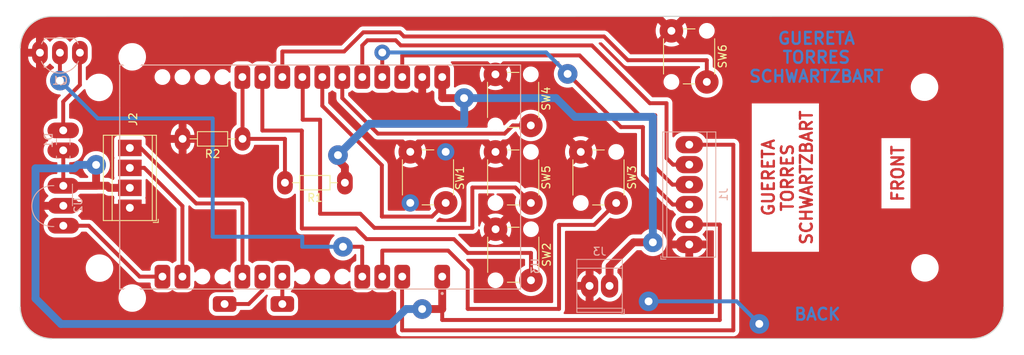
<source format=kicad_pcb>
(kicad_pcb (version 20221018) (generator pcbnew)
  (layers (0 "F.Cu" signal) (31 "B.Cu" signal) (34 "B.Paste" user) (35 "F.Paste" user) (36 "B.SilkS" user "B.Silkscreen") (37 "F.SilkS" user "F.Silkscreen") (38 "B.Mask" user) (39 "F.Mask" user) (44 "Edge.Cuts" user))
  (net 0 "")
  (net 1 "Net-(D1-K)")
  (net 2 "GND")
  (net 3 "+3V8")
  (net 6 "unconnected-(U3-D18-Pad9)")
  (net 7 "unconnected-(U3-D19-Pad10)")
  (net 10 "3V3")
  (net 16 "D12")
  (net 17 "D13")
  (net 18 "D14")
  (net 19 "D15")
  (net 20 "D22")
  (net 21 "D21")
  (net 22 "D4")
  (net 23 "D26")
  (net 24 "D25")
  (net 25 "D2")
  (net 26 "D27")
  (net 27 "D32")
  (net 28 "D33")
  (net 29 "D23")
  (net 30 "D35")
  (footprint "Button_Switch_THT:SW_PUSH_6mm_H4.3mm" (layer "F.Cu") (at 135.24 123.92 -90)
    (fp_text reference "SW1" (at 3.33 -1.81 -270) (layer "F.SilkS"))
    (fp_text value "ARRIBA")
    (fp_line (start -0.25 1.5) (end -0.25 3) (stroke (width 0.12)) (layer "F.SilkS"))
    (fp_line (start 1 5.5) (end 5.5 5.5) (stroke (width 0.12)) (layer "F.SilkS"))
    (fp_line (start 5.5 -1) (end 1 -1) (stroke (width 0.12)) (layer "F.SilkS"))
    (fp_line (start 6.75 3) (end 6.75 1.5) (stroke (width 0.12)) (layer "F.SilkS"))
    (pad "" thru_hole circle (at 0 0) (size 2.2 2.2) (drill 1) (layers "B.Mask"))
    (pad "" thru_hole circle (at 6.5 4.5) (size 2.2 2.2) (drill 1) (layers "B.Mask"))
    (pad "1" thru_hole circle (at 6.5 0) (size 3 3) (drill 1) (layers "*.Cu" "F.Mask") (remove_unused_layers) (net 23 "D26"))
    (pad "2" thru_hole circle (at 0 4.5) (size 3 3) (drill 1) (layers "*.Cu" "F.Mask") (remove_unused_layers) (zone_layer_connections "F.Cu") (net 2 "GND"))
  )
  (footprint "" (layer "F.Cu") (at 91.19 115.72)
    (fp_text reference "" (at 0 0) (layer "F.SilkS") (effects (font (size 1.27 1.27))))
    (fp_text value "" (at 0 0) (layer "F.SilkS") (effects (font (size 1.27 1.27))))
    (pad "" np_thru_hole circle (at 0 0 90) (size 3 3) (drill 3) (layers "*.Cu" "*.Mask"))
  )
  (footprint "TerminalBlock_TE-Connectivity:TerminalBlock_TE_282834-4_1x04_P2.54mm_Horizontal" (layer "F.Cu") (at 95.1 131.045 90)
    (fp_text reference "J2" (at 11.275 0.41 90) (layer "F.SilkS"))
    (fp_text value "Display Oled")
    (fp_line (start -1.86 2.97) (end -1.86 3.61) (stroke (width 0.12)) (layer "F.SilkS"))
    (fp_line (start -1.86 3.61) (end -1.46 3.61) (stroke (width 0.12)) (layer "F.SilkS"))
    (fp_line (start -1.62 -3.37) (end -1.62 3.37) (stroke (width 0.12)) (layer "F.SilkS"))
    (fp_line (start -1.62 -3.37) (end 9.241 -3.37) (stroke (width 0.12)) (layer "F.SilkS"))
    (fp_line (start -1.62 -2.25) (end 9.241 -2.25) (stroke (width 0.12)) (layer "F.SilkS"))
    (fp_line (start -1.62 2.85) (end 9.241 2.85) (stroke (width 0.12)) (layer "F.SilkS"))
    (fp_line (start -1.62 3.37) (end 9.241 3.37) (stroke (width 0.12)) (layer "F.SilkS"))
    (fp_line (start 9.241 -3.37) (end 9.241 3.37) (stroke (width 0.12)) (layer "F.SilkS"))
    (pad "1" thru_hole rect (at 0 0 90) (size 2.1 3) (drill 1) (layers "*.Cu" "F.Mask") (remove_unused_layers) (zone_layer_connections "F.Cu") (net 2 "GND"))
    (pad "2" thru_hole rect (at 2.54 0 90) (size 2.1 3) (drill 1) (layers "*.Cu" "F.Mask") (remove_unused_layers) (net 10 "3V3"))
    (pad "3" thru_hole rect (at 5.08 0 90) (size 2.1 3) (drill 1) (layers "*.Cu" "F.Mask") (remove_unused_layers) (net 20 "D22"))
    (pad "4" thru_hole rect (at 7.62 0 90) (size 2.1 3) (drill 1) (layers "*.Cu" "F.Mask") (remove_unused_layers) (net 21 "D21"))
  )
  (footprint "" (layer "F.Cu") (at 196.1 115.69 180)
    (fp_text reference "" (at 0 0) (layer "F.SilkS") (effects (font (size 1.27 1.27))))
    (fp_text value "" (at 0 0) (layer "F.SilkS") (effects (font (size 1.27 1.27))))
    (pad "" np_thru_hole circle (at 0 0 270) (size 3 3) (drill 3) (layers "*.Cu" "*.Mask"))
  )
  (footprint "Button_Switch_THT:SW_PUSH_6mm_H4.3mm" (layer "F.Cu") (at 146.07 123.93 -90)
    (fp_text reference "SW5" (at 3.25 -1.94 -270) (layer "F.SilkS"))
    (fp_text value "ENTER")
    (fp_line (start -0.25 1.5) (end -0.25 3) (stroke (width 0.12)) (layer "F.SilkS"))
    (fp_line (start 1 5.5) (end 5.5 5.5) (stroke (width 0.12)) (layer "F.SilkS"))
    (fp_line (start 5.5 -1) (end 1 -1) (stroke (width 0.12)) (layer "F.SilkS"))
    (fp_line (start 6.75 3) (end 6.75 1.5) (stroke (width 0.12)) (layer "F.SilkS"))
    (pad "1" thru_hole circle (at 0 0) (size 2.2 2.2) (drill 1) (layers "*.Cu" "B.Mask") (remove_unused_layers))
    (pad "1" thru_hole circle (at 6.5 0) (size 3 3) (drill 1) (layers "*.Cu" "F.Mask") (remove_unused_layers) (net 24 "D25"))
    (pad "2" thru_hole circle (at 0 4.5) (size 3 3) (drill 1) (layers "*.Cu" "F.Mask") (remove_unused_layers) (zone_layer_connections "F.Cu") (net 2 "GND"))
    (pad "2" thru_hole circle (at 6.5 4.5) (size 2.2 2.2) (drill 1) (layers "*.Cu" "B.Mask") (remove_unused_layers))
  )
  (footprint "" (layer "F.Cu") (at 114.48 143.29 90)
    (fp_text reference "" (at 0 0 90) (layer "F.SilkS") (effects (font (size 1.27 1.27))))
    (fp_text value "" (at 0 0 90) (layer "F.SilkS") (effects (font (size 1.27 1.27))))
    (pad "15" thru_hole roundrect (at 0 0 180) (size 3 2) (drill 1) (layers "*.Cu" "B.Mask") (remove_unused_layers) (net 6 "unconnected-(U3-D18-Pad9)"))
  )
  (footprint "" (layer "F.Cu") (at 107.14 143.29)
    (fp_text reference "" (at 0 0) (layer "F.SilkS") (effects (font (size 1.27 1.27))))
    (fp_text value "" (at 0 0) (layer "F.SilkS") (effects (font (size 1.27 1.27))))
    (pad "15" thru_hole roundrect (at 0 0 180) (size 3 2) (drill 1) (layers "*.Cu" "B.Mask") (remove_unused_layers) (net 7 "unconnected-(U3-D19-Pad10)"))
  )
  (footprint "" (layer "F.Cu") (at 95.4 111.83 90)
    (fp_text reference "" (at 0 0 90) (layer "F.SilkS") (effects (font (size 1.27 1.27))))
    (fp_text value "" (at 0 0 90) (layer "F.SilkS") (effects (font (size 1.27 1.27))))
    (pad "" np_thru_hole circle (at 0 0 180) (size 3 3) (drill 3) (layers "F&B.Cu" "*.Mask"))
  )
  (footprint "Button_Switch_THT:SW_PUSH_6mm_H4.3mm" (layer "F.Cu") (at 156.91 123.93 -90)
    (fp_text reference "SW3" (at 3.25 -2 -270) (layer "F.SilkS"))
    (fp_text value "ABAJO")
    (fp_line (start -0.25 1.5) (end -0.25 3) (stroke (width 0.12)) (layer "F.SilkS"))
    (fp_line (start 1 5.5) (end 5.5 5.5) (stroke (width 0.12)) (layer "F.SilkS"))
    (fp_line (start 5.5 -1) (end 1 -1) (stroke (width 0.12)) (layer "F.SilkS"))
    (fp_line (start 6.75 3) (end 6.75 1.5) (stroke (width 0.12)) (layer "F.SilkS"))
    (pad "1" thru_hole circle (at 0 0) (size 2.2 2.2) (drill 1) (layers "*.Cu" "B.Mask") (remove_unused_layers))
    (pad "1" thru_hole circle (at 6.5 0) (size 3 3) (drill 1) (layers "*.Cu" "F.Mask") (remove_unused_layers) (net 25 "D2"))
    (pad "2" thru_hole circle (at 0 4.5) (size 3 3) (drill 1) (layers "*.Cu" "F.Mask") (remove_unused_layers) (zone_layer_connections "F.Cu") (net 2 "GND"))
    (pad "2" thru_hole circle (at 6.5 4.5) (size 2.2 2.2) (drill 1) (layers "*.Cu" "B.Mask") (remove_unused_layers))
  )
  (footprint "" (layer "F.Cu") (at 91.24 138.72)
    (fp_text reference "" (at 0 0) (layer "F.SilkS") (effects (font (size 1.27 1.27))))
    (fp_text value "" (at 0 0) (layer "F.SilkS") (effects (font (size 1.27 1.27))))
    (pad "" np_thru_hole circle (at 0 0 90) (size 3 3) (drill 3) (layers "*.Cu" "*.Mask"))
  )
  (footprint "Button_Switch_THT:SW_PUSH_6mm_H4.3mm" (layer "F.Cu") (at 146.06 114.06 -90)
    (fp_text reference "SW4" (at 3.09 -1.95 -270) (layer "F.SilkS"))
    (fp_text value "DERECHA")
    (fp_line (start -0.25 1.5) (end -0.25 3) (stroke (width 0.12)) (layer "F.SilkS"))
    (fp_line (start 1 5.5) (end 5.5 5.5) (stroke (width 0.12)) (layer "F.SilkS"))
    (fp_line (start 5.5 -1) (end 1 -1) (stroke (width 0.12)) (layer "F.SilkS"))
    (fp_line (start 6.75 3) (end 6.75 1.5) (stroke (width 0.12)) (layer "F.SilkS"))
    (pad "1" thru_hole circle (at 0 0) (size 2.2 2.2) (drill 1) (layers "*.Cu" "B.Mask") (remove_unused_layers))
    (pad "1" thru_hole circle (at 6.5 0) (size 3 3) (drill 1) (layers "*.Cu" "F.Mask") (remove_unused_layers) (net 26 "D27"))
    (pad "2" thru_hole circle (at 0 4.5) (size 3 3) (drill 1) (layers "*.Cu" "F.Mask") (remove_unused_layers) (zone_layer_connections "F.Cu") (net 2 "GND"))
    (pad "2" thru_hole circle (at 6.5 4.5) (size 2.2 2.2) (drill 1) (layers "*.Cu" "B.Mask") (remove_unused_layers))
  )
  (footprint "Resistor_THT:R_Axial_DIN0204_L3.6mm_D1.6mm_P7.62mm_Horizontal" (layer "F.Cu") (at 109.42 122.27 180)
    (fp_text reference "R2" (at 3.81 -1.92) (layer "F.SilkS"))
    (fp_text value "1000")
    (fp_line (start 0.94 0) (end 1.89 0) (stroke (width 0.12)) (layer "F.SilkS"))
    (fp_line (start 1.89 -0.92) (end 1.89 0.92) (stroke (width 0.12)) (layer "F.SilkS"))
    (fp_line (start 1.89 0.92) (end 5.73 0.92) (stroke (width 0.12)) (layer "F.SilkS"))
    (fp_line (start 5.73 -0.92) (end 1.89 -0.92) (stroke (width 0.12)) (layer "F.SilkS"))
    (fp_line (start 5.73 0.92) (end 5.73 -0.92) (stroke (width 0.12)) (layer "F.SilkS"))
    (fp_line (start 6.68 0) (end 5.73 0) (stroke (width 0.12)) (layer "F.SilkS"))
    (pad "1" thru_hole oval (at 0 0 180) (size 2 3) (drill 1) (layers "*.Cu" "F.Mask") (remove_unused_layers) (net 30 "D35"))
    (pad "2" thru_hole oval (at 7.62 0 180) (size 2 3) (drill 1) (layers "*.Cu" "F.Mask") (remove_unused_layers) (zone_layer_connections "F.Cu") (net 2 "GND"))
  )
  (footprint "" (layer "F.Cu") (at 196.15 138.69 180)
    (fp_text reference "" (at 0 0) (layer "F.SilkS") (effects (font (size 1.27 1.27))))
    (fp_text value "" (at 0 0) (layer "F.SilkS") (effects (font (size 1.27 1.27))))
    (pad "" np_thru_hole circle (at 0 0 270) (size 3 3) (drill 3) (layers "F&B.Cu" "*.Mask"))
  )
  (footprint "Resistor_THT:R_Axial_DIN0204_L3.6mm_D1.6mm_P7.62mm_Horizontal" (layer "F.Cu") (at 122.43 127.85 180)
    (fp_text reference "R1" (at 3.81 -1.92) (layer "F.SilkS"))
    (fp_text value "1000")
    (fp_line (start 0.94 0) (end 1.89 0) (stroke (width 0.12)) (layer "F.SilkS"))
    (fp_line (start 1.89 -0.92) (end 1.89 0.92) (stroke (width 0.12)) (layer "F.SilkS"))
    (fp_line (start 1.89 0.92) (end 5.73 0.92) (stroke (width 0.12)) (layer "F.SilkS"))
    (fp_line (start 5.73 -0.92) (end 1.89 -0.92) (stroke (width 0.12)) (layer "F.SilkS"))
    (fp_line (start 5.73 0.92) (end 5.73 -0.92) (stroke (width 0.12)) (layer "F.SilkS"))
    (fp_line (start 6.68 0) (end 5.73 0) (stroke (width 0.12)) (layer "F.SilkS"))
    (pad "1" thru_hole oval (at 0 0 180) (size 2 3) (drill 1) (layers "*.Cu" "F.Mask") (remove_unused_layers) (net 3 "+3V8"))
    (pad "2" thru_hole oval (at 7.62 0 180) (size 2 3) (drill 1) (layers "*.Cu" "F.Mask") (remove_unused_layers) (net 30 "D35"))
  )
  (footprint "" (layer "F.Cu") (at 95.4 142.53 90)
    (fp_text reference "" (at 0 0 90) (layer "F.SilkS") (effects (font (size 1.27 1.27))))
    (fp_text value "" (at 0 0 90) (layer "F.SilkS") (effects (font (size 1.27 1.27))))
    (pad "" np_thru_hole circle (at 0 0 180) (size 3 3) (drill 3) (layers "F&B.Cu" "*.Mask"))
  )
  (footprint "Button_Switch_THT:SW_PUSH_6mm_H4.3mm" (layer "F.Cu") (at 168.43 108.52 -90)
    (fp_text reference "SW6" (at 3.25 -2 -270) (layer "F.SilkS"))
    (fp_text value "ATRAS")
    (fp_line (start -0.25 1.5) (end -0.25 3) (stroke (width 0.12)) (layer "F.SilkS"))
    (fp_line (start 1 5.5) (end 5.5 5.5) (stroke (width 0.12)) (layer "F.SilkS"))
    (fp_line (start 5.5 -1) (end 1 -1) (stroke (width 0.12)) (layer "F.SilkS"))
    (fp_line (start 6.75 3) (end 6.75 1.5) (stroke (width 0.12)) (layer "F.SilkS"))
    (pad "1" thru_hole circle (at 0 0) (size 2.2 2.2) (drill 1) (layers "*.Cu" "B.Mask") (remove_unused_layers))
    (pad "1" thru_hole circle (at 6.5 0) (size 3 3) (drill 1) (layers "*.Cu" "F.Mask") (remove_unused_layers) (net 28 "D33"))
    (pad "2" thru_hole circle (at 0 4.5) (size 3 3) (drill 1) (layers "*.Cu" "F.Mask") (remove_unused_layers) (zone_layer_connections "F.Cu") (net 2 "GND"))
    (pad "2" thru_hole circle (at 6.5 4.5) (size 2.2 2.2) (drill 1) (layers "*.Cu" "B.Mask") (remove_unused_layers))
  )
  (footprint "Button_Switch_THT:SW_PUSH_6mm_H4.3mm" (layer "F.Cu") (at 146.08 133.77 -90)
    (fp_text reference "SW2" (at 3.25 -2 -270) (layer "F.SilkS"))
    (fp_text value "IZQUIERDA")
    (fp_line (start -0.25 1.5) (end -0.25 3) (stroke (width 0.12)) (layer "F.SilkS"))
    (fp_line (start 1 5.5) (end 5.5 5.5) (stroke (width 0.12)) (layer "F.SilkS"))
    (fp_line (start 5.5 -1) (end 1 -1) (stroke (width 0.12)) (layer "F.SilkS"))
    (fp_line (start 6.75 3) (end 6.75 1.5) (stroke (width 0.12)) (layer "F.SilkS"))
    (pad "1" thru_hole circle (at 0 0) (size 2.2 2.2) (drill 1) (layers "*.Cu" "B.Mask") (remove_unused_layers))
    (pad "1" thru_hole circle (at 6.5 0) (size 3 3) (drill 1) (layers "*.Cu" "F.Mask") (remove_unused_layers) (net 27 "D32"))
    (pad "2" thru_hole circle (at 0 4.5) (size 3 3) (drill 1) (layers "*.Cu" "F.Mask") (remove_unused_layers) (zone_layer_connections "F.Cu") (net 2 "GND"))
    (pad "2" thru_hole circle (at 6.5 4.5) (size 2.2 2.2) (drill 1) (layers "*.Cu" "B.Mask") (remove_unused_layers))
  )
  (footprint "TerminalBlock_TE-Connectivity:TerminalBlock_TE_282834-2_1x02_P2.54mm_Horizontal" (layer "B.Cu") (at 156.07 140.98 180)
    (fp_text reference "J3" (at 1.27 4.37) (layer "B.SilkS") (effects (justify mirror)))
    (fp_text value "Bornera")
    (fp_line (start -1.86 -3.61) (end -1.46 -3.61) (stroke (width 0.12)) (layer "B.SilkS"))
    (fp_line (start -1.86 -2.97) (end -1.86 -3.61) (stroke (width 0.12)) (layer "B.SilkS"))
    (fp_line (start -1.62 -3.37) (end 4.16 -3.37) (stroke (width 0.12)) (layer "B.SilkS"))
    (fp_line (start -1.62 -2.85) (end 4.16 -2.85) (stroke (width 0.12)) (layer "B.SilkS"))
    (fp_line (start -1.62 2.25) (end 4.16 2.25) (stroke (width 0.12)) (layer "B.SilkS"))
    (fp_line (start -1.62 3.37) (end -1.62 -3.37) (stroke (width 0.12)) (layer "B.SilkS"))
    (fp_line (start -1.62 3.37) (end 4.16 3.37) (stroke (width 0.12)) (layer "B.SilkS"))
    (fp_line (start 4.16 3.37) (end 4.16 -3.37) (stroke (width 0.12)) (layer "B.SilkS"))
    (pad "1" thru_hole oval (at 0 0 180) (size 2.2 3) (drill 1) (layers "*.Cu" "B.Mask") (remove_unused_layers) (net 3 "+3V8"))
    (pad "2" thru_hole oval (at 2.54 0 180) (size 2.2 3) (drill 1) (layers "*.Cu" "B.Mask") (remove_unused_layers) (zone_layer_connections "F.Cu") (net 2 "GND"))
  )
  (footprint "asd:MODULE_ESP32_DEVKIT_V1" (layer "B.Cu") (at 119.285 127.1 90)
    (fp_text reference "U3" (at -11.355 27.36 270) (layer "B.SilkS") (effects (justify mirror)))
    (fp_text value "ESP32-DEVKIT-V1")
    (fp_line (start -14.28 -25.475) (end -14.28 25.475) (stroke (width 0.127)) (layer "B.SilkS"))
    (fp_line (start -14.28 -25.475) (end -14.28 25.475) (stroke (width 0.127)) (layer "B.SilkS"))
    (fp_line (start -14.28 -25.475) (end -8.91 -25.475) (stroke (width 0.127)) (layer "B.SilkS"))
    (fp_line (start -14.28 25.475) (end -3.211 25.475) (stroke (width 0.127)) (layer "B.SilkS"))
    (fp_line (start -14.28 25.475) (end 14.23 25.475) (stroke (width 0.127)) (layer "B.SilkS"))
    (fp_line (start -8.91 -25.475) (end 8.78 -25.475) (stroke (width 0.127)) (layer "B.SilkS"))
    (fp_line (start -3.211 25.475) (end 3.5 25.475) (stroke (width 0.127)) (layer "B.SilkS"))
    (fp_line (start 3.5 25.475) (end 14.23 25.475) (stroke (width 0.127)) (layer "B.SilkS"))
    (fp_line (start 8.78 -25.475) (end 14.23 -25.475) (stroke (width 0.127)) (layer "B.SilkS"))
    (fp_line (start 14.23 -25.475) (end -14.28 -25.475) (stroke (width 0.127)) (layer "B.SilkS"))
    (fp_line (start 14.23 25.475) (end 14.23 -25.475) (stroke (width 0.127)) (layer "B.SilkS"))
    (fp_line (start 14.23 25.475) (end 14.23 -25.475) (stroke (width 0.127)) (layer "B.SilkS"))
    (fp_circle (center -14.85 15.515) (end -14.75 15.515) (stroke (width 0.2)) (fill none) (layer "B.SilkS"))
    (pad "1" thru_hole roundrect (at -12.7 15.515 90) (size 3 2) (drill 1) (layers "*.Cu" "B.Mask") (remove_unused_layers) (net 10 "3V3"))
    (pad "2" thru_hole roundrect (at -12.7 12.975 90) (size 3 2) (drill 1) (layers "*.Cu" "B.Mask") (remove_unused_layers))
    (pad "3" thru_hole roundrect (at -12.7 10.435 90) (size 3 2) (drill 1) (layers "*.Cu" "B.Mask") (remove_unused_layers) (net 19 "D15"))
    (pad "4" thru_hole roundrect (at -12.7 7.895 90) (size 3 2) (drill 1) (layers "*.Cu" "B.Mask") (remove_unused_layers) (net 25 "D2"))
    (pad "5" thru_hole roundrect (at -12.7 5.355 90) (size 3 2) (drill 1) (layers "*.Cu" "B.Mask") (remove_unused_layers) (net 22 "D4"))
    (pad "6" thru_hole roundrect (at -12.7 2.815 90) (size 3 2) (drill 1) (layers "*.Cu" "B.Mask") (remove_unused_layers))
    (pad "7" thru_hole roundrect (at -12.7 0.275 90) (size 3 2) (drill 1) (layers "*.Cu" "B.Mask") (remove_unused_layers))
    (pad "8" thru_hole roundrect (at -12.7 -2.265 90) (size 3 2) (drill 1) (layers "*.Cu" "B.Mask") (remove_unused_layers))
    (pad "9" thru_hole roundrect (at -12.7 -4.805 90) (size 3 2) (drill 1) (layers "*.Cu" "B.Mask") (remove_unused_layers) (net 6 "unconnected-(U3-D18-Pad9)"))
    (pad "10" thru_hole roundrect (at -12.7 -7.345 90) (size 3 2) (drill 1) (layers "*.Cu" "B.Mask") (remove_unused_layers) (net 7 "unconnected-(U3-D19-Pad10)"))
    (pad "11" thru_hole roundrect (at -12.7 -9.885 90) (size 3 2) (drill 1) (layers "*.Cu" "B.Mask") (remove_unused_layers) (net 21 "D21"))
    (pad "12" thru_hole roundrect (at -12.7 -12.425 90) (size 3 2) (drill 1) (layers "*.Cu" "B.Mask") (remove_unused_layers))
    (pad "13" thru_hole roundrect (at -12.7 -14.965 90) (size 3 2) (drill 1) (layers "*.Cu" "B.Mask") (remove_unused_layers))
    (pad "14" thru_hole roundrect (at -12.7 -17.505 90) (size 3 2) (drill 1) (layers "*.Cu" "B.Mask") (remove_unused_layers) (net 20 "D22"))
    (pad "15" thru_hole roundrect (at -12.7 -20.045 90) (size 3 2) (drill 1) (layers "*.Cu" "B.Mask") (remove_unused_layers) (net 29 "D23"))
    (pad "16" thru_hole roundrect (at 12.7 -20.045 90) (size 3 2) (drill 1) (layers "*.Cu" "B.Mask") (remove_unused_layers))
    (pad "17" thru_hole roundrect (at 12.7 -17.505 90) (size 3 2) (drill 1) (layers "*.Cu" "B.Mask") (remove_unused_layers))
    (pad "18" thru_hole roundrect (at 12.7 -14.965 90) (size 3 2) (drill 1) (layers "*.Cu" "B.Mask") (remove_unused_layers))
    (pad "19" thru_hole roundrect (at 12.7 -12.425 90) (size 3 2) (drill 1) (layers "*.Cu" "B.Mask") (remove_unused_layers))
    (pad "20" thru_hole roundrect (at 12.7 -9.885 90) (size 3 2) (drill 1) (layers "*.Cu" "B.Mask") (remove_unused_layers) (net 30 "D35"))
    (pad "21" thru_hole roundrect (at 12.7 -7.345 90) (size 3 2) (drill 1) (layers "*.Cu" "B.Mask") (remove_unused_layers) (net 27 "D32"))
    (pad "22" thru_hole roundrect (at 12.7 -4.805 90) (size 3 2) (drill 1) (layers "*.Cu" "B.Mask") (remove_unused_layers) (net 28 "D33"))
    (pad "23" thru_hole roundrect (at 12.7 -2.265 90) (size 3 2) (drill 1) (layers "*.Cu" "B.Mask") (remove_unused_layers) (net 24 "D25"))
    (pad "24" thru_hole roundrect (at 12.7 0.275 90) (size 3 2) (drill 1) (layers "*.Cu" "B.Mask") (remove_unused_layers) (net 23 "D26"))
    (pad "25" thru_hole roundrect (at 12.7 2.815 90) (size 3 2) (drill 1) (layers "*.Cu" "B.Mask") (remove_unused_layers) (net 26 "D27"))
    (pad "26" thru_hole roundrect (at 12.7 5.355 90) (size 3 2) (drill 1) (layers "*.Cu" "B.Mask") (remove_unused_layers) (net 18 "D14"))
    (pad "27" thru_hole roundrect (at 12.7 7.895 90) (size 3 2) (drill 1) (layers "*.Cu" "B.Mask") (remove_unused_layers) (net 16 "D12"))
    (pad "28" thru_hole roundrect (at 12.7 10.435 90) (size 3 2) (drill 1) (layers "*.Cu" "B.Mask") (remove_unused_layers) (net 17 "D13"))
    (pad "29" thru_hole roundrect (at 12.7 12.975 90) (size 3 2) (drill 1) (layers "*.Cu" "B.Mask") (remove_unused_layers) (zone_layer_connections "F.Cu") (net 2 "GND"))
    (pad "30" thru_hole roundrect (at 12.7 15.515 90) (size 3 2) (drill 1) (layers "*.Cu" "B.Mask") (remove_unused_layers) (net 3 "+3V8"))
  )
  (footprint "LED_THT:LED_SideEmitter_Rectangular_W4.5mm_H1.6mm" (layer "B.Cu") (at 86.63 121.19 -90)
    (fp_text reference "D1" (at 1.27 1.86 90) (layer "B.SilkS") (effects (justify mirror)))
    (fp_text value "IR EMISOR")
    (fp_line (start 1.08 -0.861) (end 1.811 -0.861) (stroke (width 0.12)) (layer "B.SilkS"))
    (fp_line (start 1.08 0.861) (end 1.811 0.861) (stroke (width 0.12)) (layer "B.SilkS"))
    (fp_line (start 3.27 -0.861) (end 3.58 -0.861) (stroke (width 0.12)) (layer "B.SilkS"))
    (fp_line (start 3.27 0.861) (end 3.58 0.861) (stroke (width 0.12)) (layer "B.SilkS"))
    (fp_line (start 3.58 -0.555) (end 3.58 -0.861) (stroke (width 0.12)) (layer "B.SilkS"))
    (fp_line (start 3.58 0.861) (end 3.58 0.555) (stroke (width 0.12)) (layer "B.SilkS"))
    (pad "1" thru_hole oval (at 0 0 270) (size 2 4) (drill 1) (layers "*.Cu" "B.Mask") (remove_unused_layers) (net 1 "Net-(D1-K)"))
    (pad "2" thru_hole oval (at 2.54 0 270) (size 2 4) (drill 1) (layers "*.Cu" "B.Mask") (remove_unused_layers) (net 10 "3V3"))
  )
  (footprint "TerminalBlock_TE-Connectivity:TerminalBlock_TE_282834-6_1x06_P2.54mm_Horizontal" (layer "B.Cu") (at 166.2 135.71 90)
    (fp_text reference "J1" (at 6.35 4.37 90) (layer "B.SilkS") (effects (justify mirror)))
    (fp_text value "Modulo SD")
    (fp_line (start -1.86 -3.61) (end -1.46 -3.61) (stroke (width 0.12)) (layer "B.SilkS"))
    (fp_line (start -1.86 -2.97) (end -1.86 -3.61) (stroke (width 0.12)) (layer "B.SilkS"))
    (fp_line (start -1.62 -3.37) (end 14.32 -3.37) (stroke (width 0.12)) (layer "B.SilkS"))
    (fp_line (start -1.62 -2.85) (end 14.32 -2.85) (stroke (width 0.12)) (layer "B.SilkS"))
    (fp_line (start -1.62 2.25) (end 14.32 2.25) (stroke (width 0.12)) (layer "B.SilkS"))
    (fp_line (start -1.62 3.37) (end -1.62 -3.37) (stroke (width 0.12)) (layer "B.SilkS"))
    (fp_line (start -1.62 3.37) (end 14.32 3.37) (stroke (width 0.12)) (layer "B.SilkS"))
    (fp_line (start 14.32 3.37) (end 14.32 -3.37) (stroke (width 0.12)) (layer "B.SilkS"))
    (pad "1" thru_hole oval (at 0 0 90) (size 2.2 3.5) (drill 1) (layers "*.Cu" "B.Mask") (remove_unused_layers) (zone_layer_connections "F.Cu") (net 2 "GND"))
    (pad "2" thru_hole oval (at 2.54 0 90) (size 2.2 3.5) (drill 1) (layers "*.Cu" "B.Mask") (remove_unused_layers) (net 10 "3V3"))
    (pad "3" thru_hole oval (at 5.08 0 90) (size 2.2 3.5) (drill 1) (layers "*.Cu" "B.Mask") (remove_unused_layers) (net 16 "D12"))
    (pad "4" thru_hole oval (at 7.62 0 90) (size 2.2 3.5) (drill 1) (layers "*.Cu" "B.Mask") (remove_unused_layers) (net 17 "D13"))
    (pad "5" thru_hole oval (at 10.16 0 90) (size 2.2 3.5) (drill 1) (layers "*.Cu" "B.Mask") (remove_unused_layers) (net 18 "D14"))
    (pad "6" thru_hole oval (at 12.7 0 90) (size 2.2 3.5) (drill 1) (layers "*.Cu" "B.Mask") (remove_unused_layers) (net 19 "D15"))
  )
  (footprint "Package_TO_SOT_THT:TO-92_Inline_Wide" (layer "B.Cu") (at 83.67 111.3)
    (fp_text reference "Q1" (at 2.54 3.56) (layer "B.SilkS") (effects (justify mirror)))
    (fp_text value "2N3904")
    (fp_line (start 0.74 -1.85) (end 4.34 -1.85) (stroke (width 0.12)) (layer "B.SilkS"))
    (fp_arc (start 0.215816 -1.122795) (mid 0.446097 -1.509328) (end 0.74 -1.85) (stroke (width 0.12)) (layer "B.SilkS"))
    (fp_arc (start 2.54 2.6) (mid 1.143021 2.192818) (end 0.1836 1.098807) (stroke (width 0.12)) (layer "B.SilkS"))
    (fp_arc (start 4.34 -1.85) (mid 4.633903 -1.509328) (end 4.864184 -1.122795) (stroke (width 0.12)) (layer "B.SilkS"))
    (fp_arc (start 4.8964 1.098807) (mid 3.936979 2.192817) (end 2.54 2.6) (stroke (width 0.12)) (layer "B.SilkS"))
    (pad "1" thru_hole oval (at 0 0) (size 2 3) (drill 1) (layers "*.Cu" "B.Mask") (remove_unused_layers) (zone_layer_connections "F.Cu") (net 2 "GND"))
    (pad "2" thru_hole oval (at 2.54 0) (size 2 3) (drill 1) (layers "*.Cu" "B.Mask") (remove_unused_layers) (net 22 "D4"))
    (pad "3" thru_hole oval (at 5.08 0) (size 2 3) (drill 1) (layers "*.Cu" "B.Mask") (remove_unused_layers) (net 1 "Net-(D1-K)"))
  )
  (footprint "OptoDevice:Vishay_MINIMOLD-3Pin" (layer "B.Cu") (at 86.64 133.325 90)
    (fp_text reference "U2" (at 2.6 1.9 90) (layer "B.SilkS") (effects (justify mirror)))
    (fp_text value "IR RECEIVER")
    (fp_line (start -0.1 -1.4) (end -0.1 -1.2) (stroke (width 0.12)) (layer "B.SilkS"))
    (fp_line (start 5.1 -1.4) (end 5.1 -1.2) (stroke (width 0.12)) (layer "B.SilkS"))
    (fp_line (start 5.3 1.16) (end 2.54 1.16) (stroke (width 0.12)) (layer "B.SilkS"))
    (fp_arc (start -0.1 -1.4) (mid 2.5 -4) (end 5.1 -1.4) (stroke (width 0.12)) (layer "B.SilkS"))
    (pad "1" thru_hole oval (at 0 0 90) (size 2 4) (drill 1) (layers "*.Cu" "B.Mask") (remove_unused_layers) (net 29 "D23"))
    (pad "2" thru_hole oval (at 2.54 0 90) (size 2 4) (drill 1) (layers "*.Cu" "B.Mask") (remove_unused_layers) (zone_layer_connections "F.Cu") (net 2 "GND"))
    (pad "3" thru_hole oval (at 5.08 0 90) (size 2 4) (drill 1) (layers "*.Cu" "B.Mask") (remove_unused_layers) (net 10 "3V3"))
  )
  (gr_arc (start 85.17 147.69) (mid 82.341573 146.518427) (end 81.17 143.69) (stroke (width 0.15)) (layer "Edge.Cuts"))
  (gr_arc (start 202.17 106.67) (mid 204.998427 107.841573) (end 206.17 110.67) (stroke (width 0.15)) (layer "Edge.Cuts"))
  (gr_line (start 81.17 110.69) (end 81.17 143.69) (stroke (width 0.1)) (layer "Edge.Cuts"))
  (gr_line (start 202.17 106.67) (end 85.17 106.69) (stroke (width 0.15)) (layer "Edge.Cuts"))
  (gr_line (start 206.17 143.69) (end 206.17 110.67) (stroke (width 0.1)) (layer "Edge.Cuts"))
  (gr_arc (start 81.17 110.69) (mid 82.341573 107.861573) (end 85.17 106.69) (stroke (width 0.15)) (layer "Edge.Cuts"))
  (gr_arc (start 206.17 143.69) (mid 204.998427 146.518427) (end 202.17 147.69) (stroke (width 0.15)) (layer "Edge.Cuts"))
  (gr_line (start 85.17 147.69) (end 202.17 147.69) (stroke (width 0.1)) (layer "Edge.Cuts"))
  (gr_text "GUERETA\nTORRES\nSCHWARTZBART\n" (at 181.97 127.2 90) (layer "F.Cu") (effects (font (size 1.5 1.5) (thickness 0.3) bold) (justify bottom)))
  (gr_text "FRONT\n" (at 193.59 130.41 90) (layer "F.Cu") (effects (font (size 1.5 1.5) (thickness 0.3) bold) (justify left bottom)))
  (gr_text "GUERETA\nTORRES\nSCHWARTZBART\n" (at 182.36 115.19) (layer "B.Cu") (effects (font (size 1.5 1.5) (thickness 0.3) bold) (justify bottom)))
  (gr_text "BACK" (at 179.39 145.47) (layer "B.Cu") (effects (font (size 1.5 1.5) (thickness 0.3) bold) (justify left bottom)))
  (segment (start 86.63 117.53) (end 86.63 121.19) (width 0.5) (layer "F.Cu") (net 1))
  (segment (start 88.75 115.41) (end 86.63 117.53) (width 0.5) (layer "F.Cu") (net 1))
  (segment (start 88.75 111.3) (end 88.75 115.41) (width 0.5) (layer "F.Cu") (net 1))
  (via (at 175.1 145.82) (size 2.5) (drill 1) (layers "F.Cu" "B.Cu") (net 2))
  (via (at 161.03 142.95) (size 2.5) (drill 1) (layers "F.Cu" "B.Cu") (net 2))
  (segment (start 172.23 142.95) (end 175.1 145.82) (width 0.5) (layer "B.Cu") (net 2))
  (segment (start 161.03 142.95) (end 172.23 142.95) (width 0.5) (layer "B.Cu") (net 2))
  (segment (start 134.8 117.07) (end 134.8 114.4) (width 1) (layer "F.Cu") (net 3))
  (segment (start 134.81 117.08) (end 134.8 117.07) (width 1) (layer "F.Cu") (net 3))
  (segment (start 137.58 117.08) (end 134.81 117.08) (width 1) (layer "F.Cu") (net 3))
  (segment (start 161.57 135.44) (end 159.12 135.44) (width 1) (layer "F.Cu") (net 3))
  (segment (start 159.12 135.44) (end 156.07 138.49) (width 1) (layer "F.Cu") (net 3))
  (segment (start 156.07 138.49) (end 156.07 140.98) (width 1) (layer "F.Cu") (net 3))
  (segment (start 122.43 127.85) (end 122.43 125.86) (width 1) (layer "F.Cu") (net 3))
  (segment (start 122.43 125.86) (end 121.55 124.98) (width 1) (layer "F.Cu") (net 3))
  (via (at 137.58 117.08) (size 2.5) (drill 1) (layers "F.Cu" "B.Cu") (net 3))
  (via (at 161.57 135.44) (size 2.5) (drill 1) (layers "F.Cu" "B.Cu") (net 3))
  (via (at 121.55 124.34) (size 2.5) (drill 1) (layers "F.Cu" "B.Cu") (net 3))
  (segment (start 125.54 120.35) (end 137.6 120.35) (width 1) (layer "B.Cu") (net 3))
  (segment (start 137.6 120.35) (end 137.6 117.1) (width 1) (layer "B.Cu") (net 3))
  (segment (start 149.27 117.08) (end 137.58 117.08) (width 1) (layer "B.Cu") (net 3))
  (segment (start 121.55 124.34) (end 125.54 120.35) (width 1) (layer "B.Cu") (net 3))
  (segment (start 161.57 119.48) (end 161.58 119.47) (width 1) (layer "B.Cu") (net 3))
  (segment (start 161.58 119.47) (end 151.66 119.47) (width 1) (layer "B.Cu") (net 3))
  (segment (start 161.57 135.44) (end 161.57 119.48) (width 1) (layer "B.Cu") (net 3))
  (segment (start 151.66 119.47) (end 149.27 117.08) (width 1) (layer "B.Cu") (net 3))
  (segment (start 137.6 117.1) (end 137.58 117.08) (width 1) (layer "B.Cu") (net 3))
  (segment (start 114.48 143.29) (end 114.48 139.8) (width 0.5) (layer "F.Cu") (net 6))
  (segment (start 111.94 139.8) (end 111.94 141.55) (width 0.5) (layer "F.Cu") (net 7))
  (segment (start 111.94 141.55) (end 110.2 143.29) (width 0.5) (layer "F.Cu") (net 7))
  (segment (start 110.2 143.29) (end 107.14 143.29) (width 0.5) (layer "F.Cu") (net 7))
  (segment (start 90.8 128.245) (end 86.64 128.245) (width 1) (layer "F.Cu") (net 10))
  (segment (start 92.485 128.505) (end 95.1 128.505) (width 1) (layer "F.Cu") (net 10))
  (segment (start 90.81 125.58) (end 90.81 128.235) (width 1) (layer "F.Cu") (net 10))
  (segment (start 170.08 133.19) (end 170.08 145.32) (width 0.5) (layer "F.Cu") (net 10))
  (segment (start 166.2 133.17) (end 170.06 133.17) (width 0.5) (layer "F.Cu") (net 10))
  (segment (start 86.64 128.245) (end 86.64 123.74) (width 0.5) (layer "F.Cu") (net 10))
  (segment (start 90.81 128.235) (end 90.815 128.23) (width 1) (layer "F.Cu") (net 10))
  (segment (start 86.64 123.74) (end 86.63 123.73) (width 0.5) (layer "F.Cu") (net 10))
  (segment (start 132.25 143.93) (end 134.8 143.93) (width 1) (layer "F.Cu") (net 10))
  (segment (start 90.815 128.23) (end 92.21 128.23) (width 1) (layer "F.Cu") (net 10))
  (segment (start 170.08 145.32) (end 134.8 145.32) (width 0.5) (layer "F.Cu") (net 10))
  (segment (start 92.21 128.23) (end 92.485 128.505) (width 1) (layer "F.Cu") (net 10))
  (segment (start 170.06 133.17) (end 170.08 133.19) (width 0.5) (layer "F.Cu") (net 10))
  (segment (start 134.8 139.8) (end 134.8 143.93) (width 1) (layer "F.Cu") (net 10))
  (segment (start 134.8 145.32) (end 134.8 143.93) (width 0.5) (layer "F.Cu") (net 10))
  (via (at 132.25 143.93) (size 2.5) (drill 1) (layers "F.Cu" "B.Cu") (net 10))
  (via (at 90.81 125.58) (size 2.5) (drill 1) (layers "F.Cu" "B.Cu") (net 10))
  (segment (start 88.05 126.02) (end 88.49 125.58) (width 1) (layer "B.Cu") (net 10))
  (segment (start 128.3 145.83) (end 86.35 145.83) (width 1) (layer "B.Cu") (net 10))
  (segment (start 88.49 125.58) (end 90.81 125.58) (width 1) (layer "B.Cu") (net 10))
  (segment (start 83.11 126.02) (end 88.05 126.02) (width 1) (layer "B.Cu") (net 10))
  (segment (start 130.2 143.93) (end 128.3 145.83) (width 1) (layer "B.Cu") (net 10))
  (segment (start 132.25 143.93) (end 130.2 143.93) (width 1) (layer "B.Cu") (net 10))
  (segment (start 86.35 145.83) (end 83.11 142.59) (width 1) (layer "B.Cu") (net 10))
  (segment (start 83.11 142.59) (end 83.11 126.02) (width 1) (layer "B.Cu") (net 10))
  (segment (start 164.1 130.63) (end 160.31 126.84) (width 0.5) (layer "F.Cu") (net 16))
  (segment (start 160.31 120.77) (end 157.51 120.77) (width 0.5) (layer "F.Cu") (net 16))
  (segment (start 166.2 130.63) (end 164.1 130.63) (width 0.5) (layer "F.Cu") (net 16))
  (segment (start 160.31 126.84) (end 160.31 120.77) (width 0.5) (layer "F.Cu") (net 16))
  (segment (start 127.18 111.2795) (end 127.18 114.4) (width 0.5) (layer "F.Cu") (net 16))
  (segment (start 157.51 120.77) (end 150.74 114) (width 0.5) (layer "F.Cu") (net 16))
  (via (at 127.18 111.2795) (size 2) (drill 1) (layers "F.Cu" "B.Cu") (net 16))
  (via (at 150.74 114) (size 2.5) (drill 1) (layers "F.Cu" "B.Cu") (net 16))
  (segment (start 127.1895 111.27) (end 148.01 111.27) (width 0.5) (layer "B.Cu") (net 16))
  (segment (start 127.18 111.2795) (end 127.1895 111.27) (width 0.5) (layer "B.Cu") (net 16))
  (segment (start 148.01 111.27) (end 150.74 114) (width 0.5) (layer "B.Cu") (net 16))
  (segment (start 161.88 125.91) (end 161.87 125.92) (width 0.5) (layer "F.Cu") (net 17))
  (segment (start 166.2 128.09) (end 164.06 128.09) (width 0.5) (layer "F.Cu") (net 17))
  (segment (start 161.87 119.26) (end 159.87 119.26) (width 0.5) (layer "F.Cu") (net 17))
  (segment (start 161.87 125.92) (end 161.87 119.26) (width 0.5) (layer "F.Cu") (net 17))
  (segment (start 129.72 111.65) (end 129.72 114.4) (width 0.5) (layer "F.Cu") (net 17))
  (segment (start 159.87 119.26) (end 152.26 111.65) (width 0.5) (layer "F.Cu") (net 17))
  (segment (start 152.26 111.65) (end 129.72 111.65) (width 0.5) (layer "F.Cu") (net 17))
  (segment (start 164.06 128.09) (end 161.88 125.91) (width 0.5) (layer "F.Cu") (net 17))
  (segment (start 163.31 117.73) (end 161.18 117.73) (width 0.5) (layer "F.Cu") (net 18))
  (segment (start 124.64 110.38) (end 124.64 114.4) (width 0.5) (layer "F.Cu") (net 18))
  (segment (start 128.88 109.72) (end 125.3 109.72) (width 0.5) (layer "F.Cu") (net 18))
  (segment (start 153.83 110.38) (end 129.54 110.38) (width 0.5) (layer "F.Cu") (net 18))
  (segment (start 166.2 125.55) (end 164.14 125.55) (width 0.5) (layer "F.Cu") (net 18))
  (segment (start 161.18 117.73) (end 153.83 110.38) (width 0.5) (layer "F.Cu") (net 18))
  (segment (start 163.31 124.72) (end 163.31 117.73) (width 0.5) (layer "F.Cu") (net 18))
  (segment (start 125.3 109.72) (end 124.64 110.38) (width 0.5) (layer "F.Cu") (net 18))
  (segment (start 164.14 125.55) (end 163.31 124.72) (width 0.5) (layer "F.Cu") (net 18))
  (segment (start 129.54 110.38) (end 128.88 109.72) (width 0.5) (layer "F.Cu") (net 18))
  (segment (start 171.8 146.64) (end 129.7 146.64) (width 0.5) (layer "F.Cu") (net 19))
  (segment (start 166.2 123.01) (end 171.8 123.01) (width 0.5) (layer "F.Cu") (net 19))
  (segment (start 129.7 146.64) (end 129.7 139.82) (width 0.5) (layer "F.Cu") (net 19))
  (segment (start 171.8 123.01) (end 171.8 146.64) (width 0.5) (layer "F.Cu") (net 19))
  (segment (start 96.015 125.96) (end 96.93 125.96) (width 0.5) (layer "F.Cu") (net 20))
  (segment (start 101.78 130.81) (end 101.78 139.8) (width 0.5) (layer "F.Cu") (net 20))
  (segment (start 95.1 125.965) (end 96.01 125.965) (width 0.5) (layer "F.Cu") (net 20))
  (segment (start 96.93 125.96) (end 101.78 130.81) (width 0.5) (layer "F.Cu") (net 20))
  (segment (start 96.01 125.965) (end 96.015 125.96) (width 0.5) (layer "F.Cu") (net 20))
  (segment (start 96.465 123.425) (end 103.53 130.49) (width 0.5) (layer "F.Cu") (net 21))
  (segment (start 103.53 130.49) (end 109.38 130.49) (width 0.5) (layer "F.Cu") (net 21))
  (segment (start 109.41 130.52) (end 109.41 139.79) (width 0.5) (layer "F.Cu") (net 21))
  (segment (start 109.38 130.49) (end 109.41 130.52) (width 0.5) (layer "F.Cu") (net 21))
  (segment (start 95.1 123.425) (end 96.465 123.425) (width 0.5) (layer "F.Cu") (net 21))
  (segment (start 109.41 139.79) (end 109.4 139.8) (width 0.5) (layer "F.Cu") (net 21))
  (segment (start 86.21 111.3) (end 86.21 114.86) (width 0.5) (layer "F.Cu") (net 22))
  (segment (start 122.19 136) (end 124.62 136) (width 0.5) (layer "F.Cu") (net 22))
  (segment (start 124.63 139.79) (end 124.64 139.8) (width 0.5) (layer "F.Cu") (net 22))
  (segment (start 124.62 136) (end 124.63 136.01) (width 0.5) (layer "F.Cu") (net 22))
  (segment (start 124.63 136.01) (end 124.63 139.79) (width 0.5) (layer "F.Cu") (net 22))
  (via (at 86.21 114.86) (size 2.5) (drill 1) (layers "F.Cu" "B.Cu") (net 22))
  (via (at 122.19 136) (size 2.5) (drill 1) (layers "F.Cu" "B.Cu") (net 22))
  (segment (start 117.01 134.73) (end 105.63 134.73) (width 0.5) (layer "B.Cu") (net 22))
  (segment (start 117.01 136) (end 117.01 134.73) (width 0.5) (layer "B.Cu") (net 22))
  (segment (start 91.02 119.67) (end 86.21 114.86) (width 0.5) (layer "B.Cu") (net 22))
  (segment (start 105.63 134.73) (end 105.63 119.67) (width 0.5) (layer "B.Cu") (net 22))
  (segment (start 122.19 136) (end 117.01 136) (width 0.5) (layer "B.Cu") (net 22))
  (segment (start 105.63 119.67) (end 91.02 119.67) (width 0.5) (layer "B.Cu") (net 22))
  (segment (start 133.5 132.16) (end 127.13 132.16) (width 0.5) (layer "F.Cu") (net 23))
  (segment (start 127.13 132.16) (end 127.13 125.63) (width 0.5) (layer "F.Cu") (net 23))
  (segment (start 127.13 125.63) (end 119.56 118.06) (width 0.5) (layer "F.Cu") (net 23))
  (segment (start 119.56 118.06) (end 119.56 114.4) (width 0.5) (layer "F.Cu") (net 23))
  (segment (start 135.24 130.42) (end 133.5 132.16) (width 0.5) (layer "F.Cu") (net 23))
  (segment (start 146.07 130.43) (end 144.1 128.46) (width 0.5) (layer "F.Cu") (net 24))
  (segment (start 119.28 119.83) (end 117.07 119.83) (width 0.5) (layer "F.Cu") (net 24))
  (segment (start 144.1 128.46) (end 138.63 128.46) (width 0.5) (layer "F.Cu") (net 24))
  (segment (start 126.19 133.6) (end 124.39 131.8) (width 0.5) (layer "F.Cu") (net 24))
  (segment (start 117.07 119.83) (end 117.07 114.45) (width 0.5) (layer "F.Cu") (net 24))
  (segment (start 124.39 131.8) (end 119.28 131.8) (width 0.5) (layer "F.Cu") (net 24))
  (segment (start 138.63 128.46) (end 138.63 133.6) (width 0.5) (layer "F.Cu") (net 24))
  (segment (start 119.28 131.8) (end 119.28 119.83) (width 0.5) (layer "F.Cu") (net 24))
  (segment (start 138.63 133.6) (end 126.19 133.6) (width 0.5) (layer "F.Cu") (net 24))
  (segment (start 149.65 143.91) (end 138.06 143.91) (width 0.5) (layer "F.Cu") (net 25))
  (segment (start 149.65 133.22) (end 149.65 143.91) (width 0.5) (layer "F.Cu") (net 25))
  (segment (start 156.91 130.43) (end 154.12 133.22) (width 0.5) (layer "F.Cu") (net 25))
  (segment (start 135.55 136.49) (end 127.21 136.49) (width 0.5) (layer "F.Cu") (net 25))
  (segment (start 138.06 143.91) (end 138.04 143.89) (width 0.5) (layer "F.Cu") (net 25))
  (segment (start 154.12 133.22) (end 149.65 133.22) (width 0.5) (layer "F.Cu") (net 25))
  (segment (start 138.04 143.89) (end 138.04 138.98) (width 0.5) (layer "F.Cu") (net 25))
  (segment (start 138.04 138.98) (end 135.55 136.49) (width 0.5) (layer "F.Cu") (net 25))
  (segment (start 127.18 136.5) (end 127.18 139.8) (width 0.5) (layer "F.Cu") (net 25))
  (segment (start 143.78 120.56) (end 146.06 120.56) (width 0.5) (layer "F.Cu") (net 26))
  (segment (start 122.1 114.4) (end 122.1 117.08) (width 0.5) (layer "F.Cu") (net 26))
  (segment (start 142.74 121.6) (end 143.78 120.56) (width 0.5) (layer "F.Cu") (net 26))
  (segment (start 126.62 121.6) (end 142.74 121.6) (width 0.5) (layer "F.Cu") (net 26))
  (segment (start 122.1 117.08) (end 126.62 121.6) (width 0.5) (layer "F.Cu") (net 26))
  (segment (start 146.08 136.79) (end 138.04 136.79) (width 0.5) (layer "F.Cu") (net 27))
  (segment (start 138.04 136.79) (end 136.28 135.03) (width 0.5) (layer "F.Cu") (net 27))
  (segment (start 116.93 121.21) (end 111.94 121.21) (width 0.5) (layer "F.Cu") (net 27))
  (segment (start 136.28 135.03) (end 125.18 135.03) (width 0.5) (layer "F.Cu") (net 27))
  (segment (start 111.94 121.21) (end 111.94 114.4) (width 0.5) (layer "F.Cu") (net 27))
  (segment (start 123.83 133.68) (end 116.96 133.68) (width 0.5) (layer "F.Cu") (net 27))
  (segment (start 125.18 135.03) (end 123.83 133.68) (width 0.5) (layer "F.Cu") (net 27))
  (segment (start 116.96 133.68) (end 116.96 121.24) (width 0.5) (layer "F.Cu") (net 27))
  (segment (start 116.96 121.24) (end 116.93 121.21) (width 0.5) (layer "F.Cu") (net 27))
  (segment (start 146.08 140.27) (end 146.08 136.79) (width 0.5) (layer "F.Cu") (net 27))
  (segment (start 122.33 111.15) (end 114.48 111.15) (width 0.5) (layer "F.Cu") (net 28))
  (segment (start 129.94 109.24) (end 129.41 108.71) (width 0.5) (layer "F.Cu") (net 28))
  (segment (start 155.37 109.24) (end 129.94 109.24) (width 0.5) (layer "F.Cu") (net 28))
  (segment (start 168.43 115.02) (end 168.43 112.26) (width 0.5) (layer "F.Cu") (net 28))
  (segment (start 129.41 108.71) (end 124.77 108.71) (width 0.5) (layer "F.Cu") (net 28))
  (segment (start 168.43 112.26) (end 158.39 112.26) (width 0.5) (layer "F.Cu") (net 28))
  (segment (start 124.77 108.71) (end 122.33 111.15) (width 0.5) (layer "F.Cu") (net 28))
  (segment (start 114.48 111.15) (end 114.48 114.4) (width 0.5) (layer "F.Cu") (net 28))
  (segment (start 158.39 112.26) (end 155.37 109.24) (width 0.5) (layer "F.Cu") (net 28))
  (segment (start 96.35 139.8) (end 99.24 139.8) (width 0.5) (layer "F.Cu") (net 29))
  (segment (start 86.64 133.325) (end 89.875 133.325) (width 0.5) (layer "F.Cu") (net 29))
  (segment (start 89.875 133.325) (end 96.35 139.8) (width 0.5) (layer "F.Cu") (net 29))
  (segment (start 109.42 122.27) (end 109.42 114.42) (width 0.5) (layer "F.Cu") (net 30))
  (segment (start 114.81 122.27) (end 109.42 122.27) (width 0.5) (layer "F.Cu") (net 30))
  (segment (start 114.81 127.85) (end 114.81 122.27) (width 0.5) (layer "F.Cu") (net 30))
  (zone (net 2) (net_name "GND") (layer "F.Cu") (connect_pads (clearance 0.5)) (min_thickness 0.25) (fill yes (thermal_gap 0.5) (thermal_bridge_width 1))
    (polygon (pts (xy 78.68 149.68) (xy 78.68 104.67) (xy 78.7 104.65) (xy 208.66 104.65) (xy 208.66 149.66) (xy 208.63 149.69) (xy 78.69 149.69)))
  )
)
</source>
